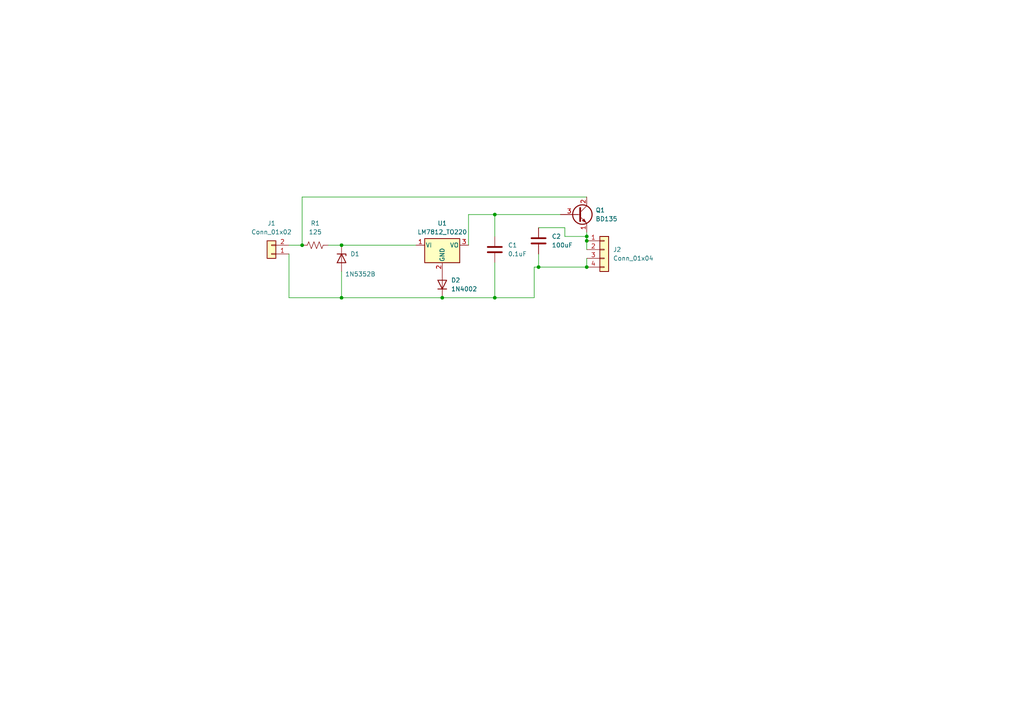
<source format=kicad_sch>
(kicad_sch (version 20231120) (generator "eeschema") (generator_version "8.0")
  (paper "A4")
  (lib_symbols
    (symbol "Connector_Generic:Conn_01x02" (pin_names (offset 1.016) hide)
      (property "Reference" "J" (at 0 2.54 0))
      (property "Value" "Conn_01x02" (at 0 -5.08 0))
      (symbol "Conn_01x02_1_1"
        (rectangle (start -1.27 -2.413) (end 0 -2.667) (stroke (width 0.1524)))
        (rectangle (start -1.27 0.127) (end 0 -0.127) (stroke (width 0.1524)))
        (rectangle (start -1.27 1.27) (end 1.27 -3.81) (stroke (width 0.254)) (fill (type background)))
        (pin passive line (at -5.08 0 0) (length 3.81) (name "Pin_1") (number "1"))
        (pin passive line (at -5.08 -2.54 0) (length 3.81) (name "Pin_2") (number "2"))
      )
    )
    (symbol "Connector_Generic:Conn_01x04" (pin_names (offset 1.016) hide)
      (property "Reference" "J" (at 0 5.08 0))
      (property "Value" "Conn_01x04" (at 0 -7.62 0))
      (symbol "Conn_01x04_1_1"
        (rectangle (start -1.27 -4.953) (end 0 -5.207) (stroke (width 0.1524)))
        (rectangle (start -1.27 -2.413) (end 0 -2.667) (stroke (width 0.1524)))
        (rectangle (start -1.27 0.127) (end 0 -0.127) (stroke (width 0.1524)))
        (rectangle (start -1.27 2.667) (end 0 2.413) (stroke (width 0.1524)))
        (rectangle (start -1.27 3.81) (end 1.27 -6.35) (stroke (width 0.254)) (fill (type background)))
        (pin passive line (at -5.08 2.54 0) (length 3.81) (name "Pin_1") (number "1"))
        (pin passive line (at -5.08 0 0) (length 3.81) (name "Pin_2") (number "2"))
        (pin passive line (at -5.08 -2.54 0) (length 3.81) (name "Pin_3") (number "3"))
        (pin passive line (at -5.08 -5.08 0) (length 3.81) (name "Pin_4") (number "4"))
      )
    )
    (symbol "Device:C" (pin_numbers hide) (pin_names (offset 0.254))
      (property "Reference" "C" (at 0.635 2.54 0))
      (property "Value" "C" (at 0.635 -2.54 0))
      (symbol "C_0_1"
        (polyline (pts (xy -2.032 -0.762) (xy 2.032 -0.762)) (stroke (width 0.508)))
        (polyline (pts (xy -2.032 0.762) (xy 2.032 0.762)) (stroke (width 0.508)))
      )
      (symbol "C_1_1"
        (pin passive line (at 0 3.81 270) (length 2.794) (name "~") (number "1"))
        (pin passive line (at 0 -3.81 90) (length 2.794) (name "~") (number "2"))
      )
    )
    (symbol "Device:D_Zener" (pin_numbers hide) (pin_names (offset 1.016) hide)
      (property "Reference" "D" (at 0 2.54 0))
      (property "Value" "D_Zener" (at 0 -2.54 0))
      (symbol "D_Zener_0_1"
        (polyline (pts (xy 1.27 0) (xy -1.27 0)))
        (polyline (pts (xy -1.27 -1.27) (xy -1.27 1.27) (xy -0.762 1.27)) (stroke (width 0.254)))
        (polyline (pts (xy 1.27 -1.27) (xy 1.27 1.27) (xy -1.27 0) (xy 1.27 -1.27)) (stroke (width 0.254)))
      )
      (symbol "D_Zener_1_1"
        (pin passive line (at -3.81 0 0) (length 2.54) (name "K") (number "1"))
        (pin passive line (at 3.81 0 180) (length 2.54) (name "A") (number "2"))
      )
    )
    (symbol "Device:R_US" (pin_numbers hide) (pin_names (offset 0))
      (property "Reference" "R" (at 2.54 0 90))
      (property "Value" "R_US" (at -2.54 0 90))
      (symbol "R_US_0_1"
        (polyline (pts (xy 0 -2.286) (xy 0 -2.54)))
        (polyline (pts (xy 0 2.286) (xy 0 2.54)))
        (polyline (pts (xy 0 -0.762) (xy 1.016 -1.143) (xy 0 -1.524) (xy -1.016 -1.905) (xy 0 -2.286)))
        (polyline (pts (xy 0 0.762) (xy 1.016 0.381) (xy 0 0) (xy -1.016 -0.381) (xy 0 -0.762)))
        (polyline (pts (xy 0 2.286) (xy 1.016 1.905) (xy 0 1.524) (xy -1.016 1.143) (xy 0 0.762)))
      )
      (symbol "R_US_1_1"
        (pin passive line (at 0 3.81 270) (length 1.27) (name "~") (number "1"))
        (pin passive line (at 0 -3.81 90) (length 1.27) (name "~") (number "2"))
      )
    )
    (symbol "Diode:1N4002" (pin_numbers hide) (pin_names hide)
      (property "Reference" "D" (at 0 2.54 0))
      (property "Value" "1N4002" (at 0 -2.54 0))
      (symbol "1N4002_0_1"
        (polyline (pts (xy -1.27 1.27) (xy -1.27 -1.27)) (stroke (width 0.254)))
        (polyline (pts (xy 1.27 0) (xy -1.27 0)))
        (polyline (pts (xy 1.27 1.27) (xy 1.27 -1.27) (xy -1.27 0) (xy 1.27 1.27)) (stroke (width 0.254)))
      )
      (symbol "1N4002_1_1"
        (pin passive line (at -3.81 0 0) (length 2.54) (name "K") (number "1"))
        (pin passive line (at 3.81 0 180) (length 2.54) (name "A") (number "2"))
      )
    )
    (symbol "Regulator_Linear:LM7812_TO220" (pin_names (offset 0.254))
      (property "Reference" "U" (at -3.81 3.175 0))
      (property "Value" "LM7812_TO220" (at 0 3.175 0))
      (symbol "LM7812_TO220_0_1"
        (rectangle (start -5.08 1.905) (end 5.08 -5.08) (stroke (width 0.254)) (fill (type background)))
      )
      (symbol "LM7812_TO220_1_1"
        (pin power_in line (at -7.62 0 0) (length 2.54) (name "VI") (number "1"))
        (pin power_in line (at 0 -7.62 90) (length 2.54) (name "GND") (number "2"))
        (pin power_out line (at 7.62 0 180) (length 2.54) (name "VO") (number "3"))
      )
    )
    (symbol "Transistor_BJT:BD135" (pin_names (offset 0) hide)
      (property "Reference" "Q" (at 5.08 1.905 0))
      (property "Value" "BD135" (at 5.08 0 0))
      (symbol "BD135_0_1"
        (polyline (pts (xy 0 0) (xy 0.635 0)))
        (polyline (pts (xy 2.54 -2.54) (xy 0.635 -0.635)))
        (polyline (pts (xy 2.54 2.54) (xy 0.635 0.635)))
        (polyline (pts (xy 0.635 1.905) (xy 0.635 -1.905) (xy 0.635 -1.905)) (stroke (width 0.508)) (fill (type outline)))
        (polyline (pts (xy 1.2446 -1.778) (xy 1.7526 -1.27) (xy 2.286 -2.286) (xy 1.2446 -1.778) (xy 1.2446 -1.778)) (fill (type outline)))
        (circle (center 1.27 0) (radius 2.8194) (stroke (width 0.3048)))
      )
      (symbol "BD135_1_1"
        (pin passive line (at 2.54 -5.08 90) (length 2.54) (name "E") (number "1"))
        (pin passive line (at 2.54 5.08 270) (length 2.54) (name "C") (number "2"))
        (pin input line (at -5.08 0 0) (length 5.08) (name "B") (number "3"))
      )
    )
  )
  (junction (at 87.63 71.12))
  (junction (at 143.51 86.36))
  (junction (at 99.06 71.12))
  (junction (at 128.27 86.36))
  (junction (at 170.18 77.47))
  (junction (at 99.06 86.36))
  (junction (at 156.21 77.47))
  (junction (at 170.18 69.85))
  (junction (at 143.51 62.23))
  (junction (at 170.18 68.58))
  (wire (pts (xy 156.21 77.47) (xy 154.94 77.47)))
  (wire (pts (xy 163.83 68.58) (xy 170.18 68.58)))
  (wire (pts (xy 99.06 86.36) (xy 83.82 86.36)))
  (wire (pts (xy 128.27 86.36) (xy 143.51 86.36)))
  (wire (pts (xy 87.63 57.15) (xy 87.63 71.12)))
  (wire (pts (xy 87.63 57.15) (xy 170.18 57.15)))
  (wire (pts (xy 83.82 71.12) (xy 87.63 71.12)))
  (wire (pts (xy 143.51 62.23) (xy 135.89 62.23)))
  (wire (pts (xy 170.18 77.47) (xy 156.21 77.47)))
  (wire (pts (xy 83.82 86.36) (xy 83.82 73.66)))
  (wire (pts (xy 95.25 71.12) (xy 99.06 71.12)))
  (wire (pts (xy 170.18 74.93) (xy 170.18 77.47)))
  (wire (pts (xy 99.06 78.74) (xy 99.06 86.36)))
  (wire (pts (xy 143.51 86.36) (xy 154.94 86.36)))
  (wire (pts (xy 99.06 86.36) (xy 128.27 86.36)))
  (wire (pts (xy 156.21 66.04) (xy 163.83 66.04)))
  (wire (pts (xy 143.51 76.2) (xy 143.51 86.36)))
  (wire (pts (xy 135.89 62.23) (xy 135.89 71.12)))
  (wire (pts (xy 170.18 69.85) (xy 170.18 72.39)))
  (wire (pts (xy 156.21 73.66) (xy 156.21 77.47)))
  (wire (pts (xy 143.51 62.23) (xy 162.56 62.23)))
  (wire (pts (xy 143.51 62.23) (xy 143.51 68.58)))
  (wire (pts (xy 99.06 71.12) (xy 120.65 71.12)))
  (wire (pts (xy 154.94 77.47) (xy 154.94 86.36)))
  (wire (pts (xy 170.18 67.31) (xy 170.18 68.58)))
  (wire (pts (xy 163.83 66.04) (xy 163.83 68.58)))
  (wire (pts (xy 170.18 68.58) (xy 170.18 69.85)))
  (symbol (lib_id "Transistor_BJT:BD135") (at 167.64 62.23 0) (unit 1)
    (property "Reference" "Q1" (at 172.72 60.9599 0) (effects (justify left)))
    (property "Value" "BD135" (at 172.72 63.4999 0) (effects (justify left)))
    (property "Footprint" "Package_TO_SOT_THT:TO-126-3_Vertical" (effects (hide yes)))
    (property "Datasheet" "http://www.st.com/internet/com/TECHNICAL_RESOURCES/TECHNICAL_LITERATURE/DATASHEET/CD00001225.pdf" (effects (hide yes)))
    (property "Description" "1.5A Ic, 45V Vce, Low Voltage Transistor, TO-126" (effects (hide yes)))
  )
  (symbol (lib_id "Device:D_Zener") (at 99.06 74.93 270) (unit 1)
    (property "Reference" "D1" (at 101.6 73.6599 90) (effects (justify left)))
    (property "Value" "1N5352B" (at 100.076 79.502 90) (effects (justify left)))
    (property "Description" "Zener diode" (effects (hide yes)))
  )
  (symbol (lib_id "Device:C") (at 143.51 72.39 0) (unit 1)
    (property "Reference" "C1" (at 147.32 71.1199 0) (effects (justify left)))
    (property "Value" "0.1uF" (at 147.32 73.6599 0) (effects (justify left)))
    (property "Description" "Unpolarized capacitor" (effects (hide yes)))
  )
  (symbol (lib_id "Regulator_Linear:LM7812_TO220") (at 128.27 71.12 0) (unit 1)
    (property "Reference" "U1" (at 128.27 64.77 0))
    (property "Value" "LM7812_TO220" (at 128.27 67.31 0))
    (property "Footprint" "Package_TO_SOT_THT:TO-220-3_Vertical" (effects (hide yes)))
    (property "Datasheet" "https://www.onsemi.cn/PowerSolutions/document/MC7800-D.PDF" (effects (hide yes)))
    (property "Description" "Positive 1A 35V Linear Regulator, Fixed Output 12V, TO-220" (effects (hide yes)))
  )
  (symbol (lib_id "Diode:1N4002") (at 128.27 82.55 90) (unit 1)
    (property "Reference" "D2" (at 130.81 81.2799 90) (effects (justify right)))
    (property "Value" "1N4002" (at 130.81 83.8199 90) (effects (justify right)))
    (property "Footprint" "Diode_THT:D_DO-41_SOD81_P10.16mm_Horizontal" (effects (hide yes)))
    (property "Datasheet" "http://www.vishay.com/docs/88503/1n4001.pdf" (effects (hide yes)))
    (property "Description" "100V 1A General Purpose Rectifier Diode, DO-41" (effects (hide yes)))
    (property "Sim.Device" "D" (effects (hide yes)))
    (property "Sim.Pins" "1=K 2=A" (effects (hide yes)))
  )
  (symbol (lib_id "Connector_Generic:Conn_01x04") (at 175.26 72.39 0) (unit 1)
    (property "Reference" "J2" (at 177.8 72.3899 0) (effects (justify left)))
    (property "Value" "Conn_01x04" (at 177.8 74.9299 0) (effects (justify left)))
    (property "Description" "Generic connector, single row, 01x04, script generated (kicad-library-utils/schlib/autogen/connector/)" (effects (hide yes)))
  )
  (symbol (lib_id "Device:R_US") (at 91.44 71.12 270) (unit 1)
    (property "Reference" "R1" (at 91.44 64.77 90))
    (property "Value" "125" (at 91.44 67.31 90))
    (property "Description" "Resistor, US symbol" (effects (hide yes)))
  )
  (symbol (lib_id "Device:C") (at 156.21 69.85 0) (unit 1)
    (property "Reference" "C2" (at 160.02 68.5799 0) (effects (justify left)))
    (property "Value" "100uF" (at 160.02 71.1199 0) (effects (justify left)))
    (property "Description" "Unpolarized capacitor" (effects (hide yes)))
  )
  (symbol (lib_id "Connector_Generic:Conn_01x02") (at 78.74 73.66 180) (unit 1)
    (property "Reference" "J1" (at 78.74 64.77 0))
    (property "Value" "Conn_01x02" (at 78.74 67.31 0))
    (property "Description" "Generic connector, single row, 01x02, script generated (kicad-library-utils/schlib/autogen/connector/)" (effects (hide yes)))
  )
)
</source>
